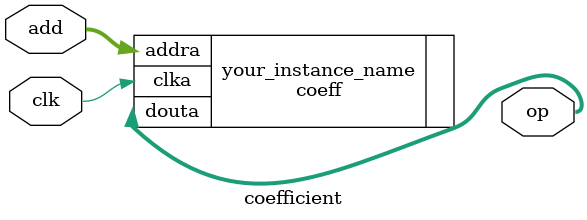
<source format=v>
`timescale 1ns / 1ps
module coefficient(
    input [3:0] add,
    input clk,
    output [7:0] op
    );
coeff your_instance_name (
  .clka(clk), // input clka
  .addra(add), // input [3 : 0] addra
  .douta(op) // output [7 : 0] douta
);
endmodule

</source>
